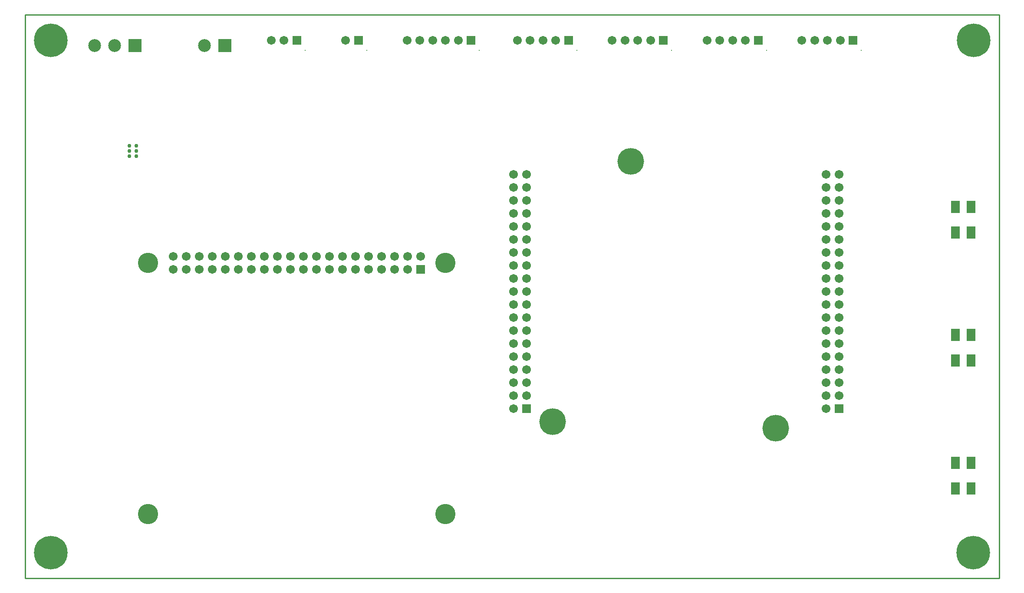
<source format=gbs>
G04*
G04 #@! TF.GenerationSoftware,Altium Limited,Altium Designer,18.1.11 (251)*
G04*
G04 Layer_Color=16711935*
%FSLAX25Y25*%
%MOIN*%
G70*
G01*
G75*
%ADD12C,0.01000*%
%ADD72C,0.09855*%
%ADD73R,0.09855X0.09855*%
%ADD74C,0.20485*%
%ADD75C,0.06706*%
%ADD76R,0.06706X0.06706*%
%ADD77R,0.06706X0.06706*%
%ADD78C,0.15564*%
%ADD79R,0.00800X0.00800*%
%ADD80C,0.25800*%
%ADD81C,0.03000*%
%ADD102R,0.06706X0.09461*%
D12*
X0Y0D02*
X748032D01*
X0D02*
Y433071D01*
X748032D01*
X748032Y0D01*
D72*
X53307Y409449D02*
D03*
X68898D02*
D03*
X137874D02*
D03*
D73*
X84488D02*
D03*
X153465D02*
D03*
D74*
X405000Y120472D02*
D03*
X576500Y115472D02*
D03*
X465000Y320472D02*
D03*
D75*
X293661Y247209D02*
D03*
X303661D02*
D03*
X253661D02*
D03*
X273661D02*
D03*
X283661D02*
D03*
X263661D02*
D03*
X243661D02*
D03*
X233661D02*
D03*
X223661D02*
D03*
X213661D02*
D03*
X273661Y237209D02*
D03*
X293661D02*
D03*
X283661D02*
D03*
X263661D02*
D03*
X213661D02*
D03*
X223661D02*
D03*
X203661D02*
D03*
X243661D02*
D03*
X253661D02*
D03*
X233661D02*
D03*
X193661Y247209D02*
D03*
X203661D02*
D03*
X183661D02*
D03*
X163661D02*
D03*
X173661D02*
D03*
X153661D02*
D03*
X123661D02*
D03*
X133661D02*
D03*
X113661D02*
D03*
X143661D02*
D03*
X163661Y237209D02*
D03*
X193661D02*
D03*
X183661D02*
D03*
X173661D02*
D03*
X143661D02*
D03*
X153661D02*
D03*
X123661D02*
D03*
X133661D02*
D03*
X113661D02*
D03*
X375000Y310472D02*
D03*
X385000D02*
D03*
X375000Y300472D02*
D03*
X385000D02*
D03*
X375000Y290472D02*
D03*
X385000D02*
D03*
X375000Y280472D02*
D03*
X385000D02*
D03*
X375000Y270472D02*
D03*
X385000D02*
D03*
X375000Y260472D02*
D03*
X385000D02*
D03*
X375000Y250472D02*
D03*
X385000D02*
D03*
X375000Y240472D02*
D03*
X385000D02*
D03*
X375000Y230472D02*
D03*
X385000D02*
D03*
X375000Y220472D02*
D03*
X385000D02*
D03*
X375000Y210472D02*
D03*
X385000D02*
D03*
X375000Y200472D02*
D03*
X385000D02*
D03*
X375000Y190472D02*
D03*
X385000D02*
D03*
X375000Y180472D02*
D03*
X385000D02*
D03*
X375000Y170472D02*
D03*
X385000D02*
D03*
X375000Y160472D02*
D03*
X385000D02*
D03*
X375000Y150472D02*
D03*
X385000D02*
D03*
X375000Y140472D02*
D03*
X385000D02*
D03*
X375000Y130472D02*
D03*
X615000Y310472D02*
D03*
X625000D02*
D03*
X615000Y300472D02*
D03*
X625000D02*
D03*
X615000Y290472D02*
D03*
X625000D02*
D03*
X615000Y280472D02*
D03*
X625000D02*
D03*
X615000Y270472D02*
D03*
X625000D02*
D03*
X615000Y260472D02*
D03*
X625000D02*
D03*
X615000Y250472D02*
D03*
X625000D02*
D03*
X615000Y240472D02*
D03*
X625000D02*
D03*
X615000Y230472D02*
D03*
X625000D02*
D03*
X615000Y220472D02*
D03*
X625000D02*
D03*
X615000Y210472D02*
D03*
X625000D02*
D03*
X615000Y200472D02*
D03*
X625000D02*
D03*
X615000Y190472D02*
D03*
X625000D02*
D03*
X615000Y180472D02*
D03*
X625000D02*
D03*
X615000Y170472D02*
D03*
X625000D02*
D03*
X615000Y160472D02*
D03*
X625000D02*
D03*
X615000Y150472D02*
D03*
X625000D02*
D03*
X615000Y140472D02*
D03*
X625000D02*
D03*
X615000Y130472D02*
D03*
X198819Y413386D02*
D03*
X188976D02*
D03*
X450787D02*
D03*
X460630D02*
D03*
X470472D02*
D03*
X480315D02*
D03*
X523622Y413386D02*
D03*
X533465D02*
D03*
X543307D02*
D03*
X553150D02*
D03*
X596457Y413386D02*
D03*
X606299D02*
D03*
X616142D02*
D03*
X625984D02*
D03*
X377953D02*
D03*
X387795D02*
D03*
X397638D02*
D03*
X407480D02*
D03*
X293307D02*
D03*
X303150D02*
D03*
X332677D02*
D03*
X322835D02*
D03*
X312992D02*
D03*
X246181D02*
D03*
D76*
X303661Y237209D02*
D03*
D77*
X385000Y130472D02*
D03*
X625000D02*
D03*
X208661Y413386D02*
D03*
X490158D02*
D03*
X562992Y413386D02*
D03*
X635827Y413386D02*
D03*
X417323D02*
D03*
X342520D02*
D03*
X256024D02*
D03*
D78*
X322835Y242209D02*
D03*
Y49295D02*
D03*
X94488Y242209D02*
D03*
Y49295D02*
D03*
D79*
X214961Y405512D02*
D03*
X496457D02*
D03*
X569291Y405512D02*
D03*
X642126Y405512D02*
D03*
X423622D02*
D03*
X348819D02*
D03*
X262323D02*
D03*
D80*
X727953Y19685D02*
D03*
X728346Y413386D02*
D03*
X19685Y19685D02*
D03*
Y413386D02*
D03*
D81*
X85338Y332283D02*
D03*
Y328346D02*
D03*
X80220D02*
D03*
Y332283D02*
D03*
X85338Y324409D02*
D03*
X80220D02*
D03*
D102*
X726575Y167323D02*
D03*
X714370Y167324D02*
D03*
X726575Y88583D02*
D03*
X714370Y88583D02*
D03*
X726575Y68898D02*
D03*
X714370Y68898D02*
D03*
X726575Y187008D02*
D03*
X714370Y187009D02*
D03*
X726575Y265748D02*
D03*
X714370Y265749D02*
D03*
X726573Y285433D02*
D03*
X714369Y285434D02*
D03*
M02*

</source>
